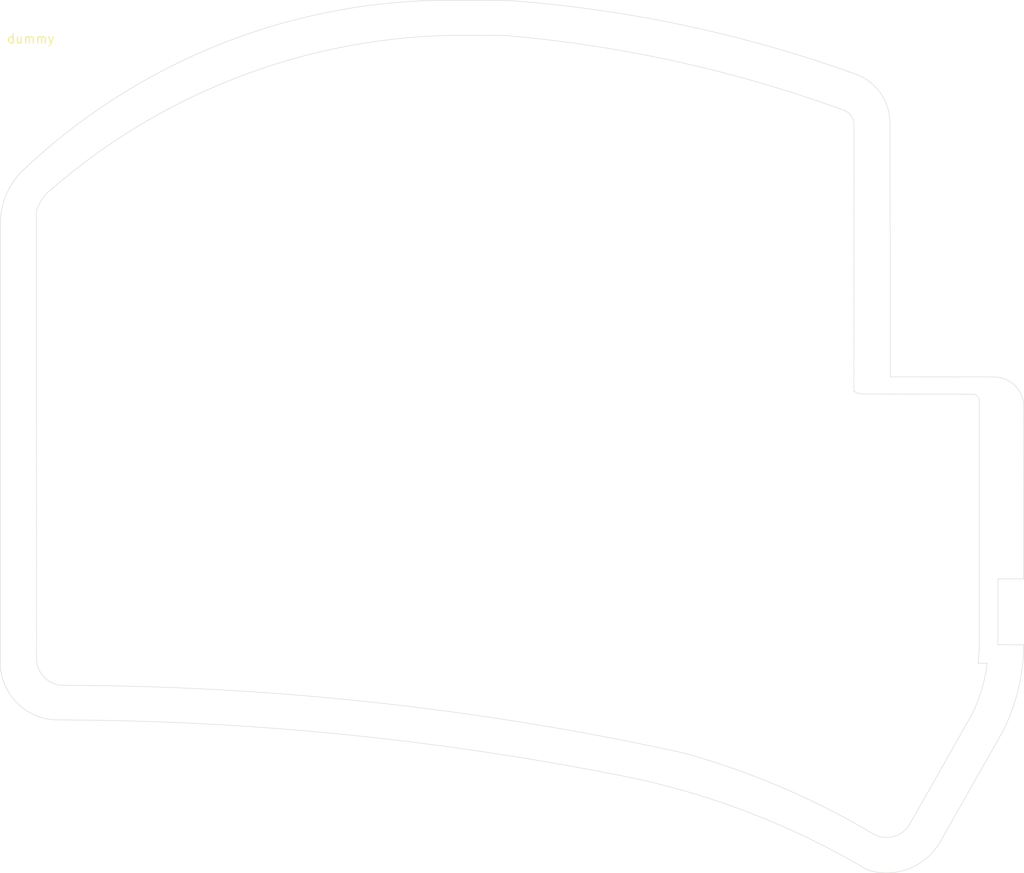
<source format=kicad_pcb>
(kicad_pcb (version 20171130) (host pcbnew 5.1.9)

  (general
    (thickness 1.6)
    (drawings 114)
    (tracks 0)
    (zones 0)
    (modules 1)
    (nets 1)
  )

  (page A4)
  (layers
    (0 F.Cu signal)
    (31 B.Cu signal)
    (32 B.Adhes user)
    (33 F.Adhes user)
    (34 B.Paste user)
    (35 F.Paste user)
    (36 B.SilkS user)
    (37 F.SilkS user)
    (38 B.Mask user)
    (39 F.Mask user)
    (40 Dwgs.User user)
    (41 Cmts.User user)
    (42 Eco1.User user)
    (43 Eco2.User user)
    (44 Edge.Cuts user)
    (45 Margin user)
    (46 B.CrtYd user)
    (47 F.CrtYd user)
    (48 B.Fab user)
    (49 F.Fab user)
  )

  (setup
    (last_trace_width 0.25)
    (trace_clearance 0.2)
    (zone_clearance 0.508)
    (zone_45_only no)
    (trace_min 0.2)
    (via_size 0.8)
    (via_drill 0.4)
    (via_min_size 0.4)
    (via_min_drill 0.3)
    (uvia_size 0.3)
    (uvia_drill 0.1)
    (uvias_allowed no)
    (uvia_min_size 0.2)
    (uvia_min_drill 0.1)
    (edge_width 0.05)
    (segment_width 0.2)
    (pcb_text_width 0.3)
    (pcb_text_size 1.5 1.5)
    (mod_edge_width 0.12)
    (mod_text_size 1 1)
    (mod_text_width 0.15)
    (pad_size 1.524 1.524)
    (pad_drill 0.762)
    (pad_to_mask_clearance 0.05)
    (aux_axis_origin 0 0)
    (visible_elements FFFFFFFF)
    (pcbplotparams
      (layerselection 0x010fc_ffffffff)
      (usegerberextensions false)
      (usegerberattributes true)
      (usegerberadvancedattributes true)
      (creategerberjobfile true)
      (excludeedgelayer true)
      (linewidth 0.100000)
      (plotframeref false)
      (viasonmask false)
      (mode 1)
      (useauxorigin false)
      (hpglpennumber 1)
      (hpglpenspeed 20)
      (hpglpendiameter 15.000000)
      (psnegative false)
      (psa4output false)
      (plotreference false)
      (plotvalue false)
      (plotinvisibletext false)
      (padsonsilk false)
      (subtractmaskfromsilk false)
      (outputformat 1)
      (mirror false)
      (drillshape 0)
      (scaleselection 1)
      (outputdirectory ""))
  )

  (net 0 "")

  (net_class Default "This is the default net class."
    (clearance 0.2)
    (trace_width 0.25)
    (via_dia 0.8)
    (via_drill 0.4)
    (uvia_dia 0.3)
    (uvia_drill 0.1)
  )

  (net_class Power ""
    (clearance 0.2)
    (trace_width 0.3)
    (via_dia 0.8)
    (via_drill 0.4)
    (uvia_dia 0.3)
    (uvia_drill 0.1)
  )

  (module dummy:dummy (layer F.Cu) (tedit 604AAE8F) (tstamp 606383FE)
    (at 12.01 12.03)
    (fp_text reference dummy (at 0 0.5) (layer F.SilkS)
      (effects (font (size 1 1) (thickness 0.15)))
    )
    (fp_text value dummy (at 0 -0.5) (layer F.Fab)
      (effects (font (size 1 1) (thickness 0.15)))
    )
  )

  (gr_arc (start 104.149864 49.826133) (end 103.089865 51.52705) (angle -32.93540406) (layer Edge.Cuts) (width 0.05) (tstamp 60638B16))
  (gr_line (start 104.185001 51.83) (end 116.215001 51.850918) (layer Edge.Cuts) (width 0.05) (tstamp 60638AFD))
  (gr_arc (start 116.215001 52.600918) (end 116.965001 52.600918) (angle -90) (layer Edge.Cuts) (width 0.05) (tstamp 60638AEB))
  (gr_arc (start 100.196456 79.443442) (end 116.825307 81.607473) (angle -6.922514756) (layer Edge.Cuts) (width 0.05) (tstamp 60638A77))
  (gr_line (start 116.965001 52.600918) (end 116.964908 79.587473) (layer Edge.Cuts) (width 0.05) (tstamp 60638A62))
  (gr_line (start 116.174774 87.240588) (end 109.326469 99.33052) (layer Edge.Cuts) (width 0.05) (tstamp 60637E2F))
  (gr_arc (start 106.70685 97.938124) (end 105.29885 100.549389) (angle -90.34182972) (layer Edge.Cuts) (width 0.05) (tstamp 60637E1B))
  (gr_arc (start 61.59 173.76) (end 105.29885 100.549389) (angle -15.53366677) (layer Edge.Cuts) (width 0.05) (tstamp 60637DF1))
  (gr_arc (start 15.157962 407.009423) (end 84.096173 91.518105) (angle -12.26886215) (layer Edge.Cuts) (width 0.05) (tstamp 60637D5A))
  (gr_arc (start 15.157962 407.009438) (end 84.370665 90.557556) (angle -12.23959981) (layer Cmts.User) (width 0.15) (tstamp 60637D5A))
  (gr_arc (start 15.650018 81.077212) (end 12.650019 81.147211) (angle -85.4164945) (layer Edge.Cuts) (width 0.05) (tstamp 60637D36))
  (gr_line (start 12.631572 31.580502) (end 12.650019 81.147211) (layer Edge.Cuts) (width 0.05) (tstamp 60637C87))
  (gr_arc (start 17.470803 33.12706) (end 14.470803 29.02706) (angle -36.08355995) (layer Edge.Cuts) (width 0.05) (tstamp 60637C63))
  (gr_arc (start 59.971713 81.838125) (end 60.313324 12.129986) (angle -41.02828093) (layer Edge.Cuts) (width 0.05) (tstamp 60637C47))
  (gr_line (start 64.208611 12.13669) (end 60.313324 12.129986) (layer Edge.Cuts) (width 0.05) (tstamp 60637C32))
  (gr_arc (start 52.262974 156.65255) (end 102.086813 20.472092) (angle -15.37056041) (layer Edge.Cuts) (width 0.05) (tstamp 60637C12))
  (gr_arc (start 101.35 22.059419) (end 103.1 22.059419) (angle -65.09998996) (layer Edge.Cuts) (width 0.05) (tstamp 60637BFB))
  (gr_line (start 103.089865 51.52705) (end 103.1 22.059419) (layer Edge.Cuts) (width 0.05) (tstamp 60637B8B))
  (gr_line (start 117.84 81.62) (end 116.825307 81.607473) (layer Edge.Cuts) (width 0.05))
  (gr_arc (start 100.185923 79.446557) (end 116.174774 87.240588) (angle -18.96916069) (layer Edge.Cuts) (width 0.05) (tstamp 60637AD3))
  (gr_arc (start 101.34 21.839419) (end 107.08 21.81) (angle -70.5) (layer Edge.Cuts) (width 0.05) (tstamp 606377C6))
  (gr_line (start 121.883174 72.291074) (end 119.03 72.29) (layer Edge.Cuts) (width 0.05) (tstamp 6063766C))
  (gr_line (start 119.03 79.58) (end 119.03 72.29) (layer Edge.Cuts) (width 0.05))
  (gr_line (start 121.88312 79.588025) (end 119.03 79.58) (layer Edge.Cuts) (width 0.05))
  (gr_arc (start 118.58 53.26) (end 121.894999 53.129082) (angle -85.1) (layer Edge.Cuts) (width 0.05) (tstamp 6063753A))
  (gr_arc (start 100.161149 79.415969) (end 119.626163 89.058939) (angle -25.9) (layer Edge.Cuts) (width 0.05) (tstamp 606374FE))
  (gr_arc (start 106.688 97.938735) (end 104.608804 104.501378) (angle -79.8) (layer Edge.Cuts) (width 0.05) (tstamp 60637467))
  (gr_arc (start 16.848055 32.971668) (end 11.20874 27.019422) (angle -45.5) (layer Edge.Cuts) (width 0.05) (tstamp 6063720E))
  (gr_arc (start 58.385367 76.935854) (end 57.528777 8.258706) (angle -42.66904065) (layer Edge.Cuts) (width 0.05) (tstamp 6063712B))
  (gr_line (start 119.626163 89.058939) (end 112.777858 101.148871) (layer Edge.Cuts) (width 0.05) (tstamp 606370C4))
  (gr_arc (start 60.560804 178.672643) (end 104.608804 104.501378) (angle -18.59350627) (layer Edge.Cuts) (width 0.05) (tstamp 6063706F))
  (gr_line (start 121.894999 53.129082) (end 121.883174 72.291074) (layer Edge.Cuts) (width 0.05) (tstamp 6063700C))
  (gr_line (start 107.13 49.94) (end 118.732717 49.945934) (layer Edge.Cuts) (width 0.05) (tstamp 60636FED))
  (gr_line (start 107.13 49.94) (end 107.08 21.81) (layer Edge.Cuts) (width 0.05) (tstamp 60636F5A))
  (gr_arc (start 54.462442 151.952303) (end 103.23018 16.419485) (angle -15.7) (layer Edge.Cuts) (width 0.05) (tstamp 60636EE6))
  (gr_line (start 64.7355 8.279406) (end 57.528777 8.258706) (layer Edge.Cuts) (width 0.05) (tstamp 60636ECF))
  (gr_arc (start 14.439258 411.808108) (end 78.660051 94.327992) (angle -11.3) (layer Edge.Cuts) (width 0.05) (tstamp 60636E58))
  (gr_arc (start 15.03 81.5) (end 8.63 81.63) (angle -90.4128426) (layer Edge.Cuts) (width 0.05) (tstamp 60636E2B))
  (gr_arc (start 15.650018 81.077212) (end 13.650019 81.147211) (angle -89.7) (layer Cmts.User) (width 0.15) (tstamp 60636DE9))
  (gr_line (start 8.65 32.82) (end 8.63 81.63) (layer Edge.Cuts) (width 0.05) (tstamp 60636DD4))
  (gr_line (start 68.75 70.25) (end 68.75 82.75) (layer Cmts.User) (width 0.15) (tstamp 606369FE))
  (gr_line (start 67.25 70.25) (end 68.75 70.25) (layer Cmts.User) (width 0.15))
  (gr_line (start 67.25 82.75) (end 67.25 70.25) (layer Cmts.User) (width 0.15))
  (gr_line (start 68.75 82.75) (end 67.25 82.75) (layer Cmts.User) (width 0.15))
  (gr_line (start 70 84) (end 70 79.75) (layer Cmts.User) (width 0.15) (tstamp 606369F4))
  (gr_line (start 74 84) (end 70 84) (layer Cmts.User) (width 0.15))
  (gr_line (start 74 79.75) (end 74 84) (layer Cmts.User) (width 0.15))
  (gr_line (start 70 79.75) (end 74 79.75) (layer Cmts.User) (width 0.15))
  (gr_line (start 70 78.5) (end 70 74.25) (layer Cmts.User) (width 0.15) (tstamp 606369EA))
  (gr_line (start 74 78.5) (end 70 78.5) (layer Cmts.User) (width 0.15))
  (gr_line (start 74 74.25) (end 74 78.5) (layer Cmts.User) (width 0.15))
  (gr_line (start 70 74.25) (end 74 74.25) (layer Cmts.User) (width 0.15))
  (gr_line (start 54.25 84.75) (end 54.25 83.25) (layer Cmts.User) (width 0.15) (tstamp 606369DD))
  (gr_line (start 66.75 84.75) (end 54.25 84.75) (layer Cmts.User) (width 0.15))
  (gr_line (start 66.75 83.25) (end 66.75 84.75) (layer Cmts.User) (width 0.15))
  (gr_line (start 54.25 83.25) (end 66.75 83.25) (layer Cmts.User) (width 0.15))
  (gr_line (start 52.25 82.75) (end 52.25 70.25) (layer Cmts.User) (width 0.15) (tstamp 606369D3))
  (gr_line (start 53.75 82.75) (end 52.25 82.75) (layer Cmts.User) (width 0.15))
  (gr_line (start 53.75 70.25) (end 53.75 82.75) (layer Cmts.User) (width 0.15))
  (gr_line (start 52.25 70.25) (end 53.75 70.25) (layer Cmts.User) (width 0.15))
  (gr_line (start 54.25 69.75) (end 54.25 68.25) (layer Cmts.User) (width 0.15) (tstamp 606369CA))
  (gr_line (start 66.75 69.75) (end 54.25 69.75) (layer Cmts.User) (width 0.15))
  (gr_line (start 66.75 68.25) (end 66.75 69.75) (layer Cmts.User) (width 0.15))
  (gr_line (start 54.25 68.25) (end 66.75 68.25) (layer Cmts.User) (width 0.15))
  (gr_line (start 55.25 81.75) (end 55.25 71.25) (layer Cmts.User) (width 0.15) (tstamp 606369BE))
  (gr_line (start 65.75 81.75) (end 55.25 81.75) (layer Cmts.User) (width 0.15))
  (gr_line (start 65.75 71.25) (end 65.75 81.75) (layer Cmts.User) (width 0.15))
  (gr_line (start 55.25 71.25) (end 65.75 71.25) (layer Cmts.User) (width 0.15))
  (gr_line (start 52.5 65.5) (end 52.5 67.5) (layer Cmts.User) (width 0.15) (tstamp 606369A6))
  (gr_line (start 60.5 65.5) (end 52.5 65.5) (layer Cmts.User) (width 0.15))
  (gr_line (start 60.5 67.5) (end 60.5 65.5) (layer Cmts.User) (width 0.15))
  (gr_line (start 52.5 67.5) (end 60.5 67.5) (layer Cmts.User) (width 0.15))
  (gr_line (start 42.5 74.25) (end 38.5 74.25) (layer Cmts.User) (width 0.15) (tstamp 60636996))
  (gr_line (start 42.5 75.5) (end 42.5 74.25) (layer Cmts.User) (width 0.15))
  (gr_line (start 47.5 75.5) (end 42.5 75.5) (layer Cmts.User) (width 0.15))
  (gr_line (start 47.5 78) (end 47.5 75.5) (layer Cmts.User) (width 0.15))
  (gr_line (start 46.75 78) (end 47.5 78) (layer Cmts.User) (width 0.15))
  (gr_line (start 46.75 81.75) (end 46.75 78) (layer Cmts.User) (width 0.15))
  (gr_line (start 42.5 81.75) (end 46.75 81.75) (layer Cmts.User) (width 0.15))
  (gr_line (start 42.5 82.25) (end 42.5 81.75) (layer Cmts.User) (width 0.15))
  (gr_line (start 38.5 82.25) (end 42.5 82.25) (layer Cmts.User) (width 0.15))
  (gr_line (start 38.5 74.25) (end 38.5 82.25) (layer Cmts.User) (width 0.15))
  (gr_line (start 106.225 51.85) (end 103.875 51.85) (layer Eco1.User) (width 0.15) (tstamp 606367DF))
  (gr_line (start 103.65 72.925) (end 104.81 72.82) (layer Eco1.User) (width 0.15))
  (gr_line (start 103.875 51.85) (end 103.65 72.925) (layer Eco1.User) (width 0.15))
  (gr_line (start 116.975 51.875) (end 106.3 51.875) (layer Eco1.User) (width 0.15) (tstamp 6063679E))
  (gr_line (start 116.925 73.1) (end 116.975 51.875) (layer Eco1.User) (width 0.15))
  (gr_line (start 118.975 73.125) (end 116.925 73.1) (layer Eco1.User) (width 0.15))
  (gr_line (start 118.975 78.8) (end 118.975 73.125) (layer Eco1.User) (width 0.15))
  (gr_line (start 117.125 78.85) (end 118.975 78.8) (layer Eco1.User) (width 0.15))
  (gr_line (start 117.15 79.1) (end 117.125 78.85) (layer Eco1.User) (width 0.15))
  (gr_line (start 116.45 79.1) (end 117.15 79.1) (layer Eco1.User) (width 0.15))
  (gr_line (start 116.55 81.675) (end 116.45 79.1) (layer Eco1.User) (width 0.15))
  (gr_line (start 108.9 81.65) (end 116.55 81.675) (layer Eco1.User) (width 0.15))
  (gr_line (start 108.825 79.175) (end 108.9 81.65) (layer Eco1.User) (width 0.15))
  (gr_line (start 104.875 79.125) (end 108.825 79.175) (layer Eco1.User) (width 0.15))
  (gr_line (start 104.8 72.825) (end 104.875 79.125) (layer Eco1.User) (width 0.15))
  (gr_arc (start 17.48 33.13) (end 15.035 29.885) (angle -35.4) (layer Cmts.User) (width 0.15) (tstamp 5F45BAB8))
  (gr_arc (start 52.262442 156.652303) (end 101.665245 21.378889) (angle -15.3) (layer Cmts.User) (width 0.15) (tstamp 5F45BAB6))
  (gr_arc (start 101.35 22.059419) (end 102.1 22.059419) (angle -65.1) (layer Cmts.User) (width 0.15) (tstamp 5F45BAB5))
  (gr_line (start 64.208637 13.136374) (end 60.008389 13.128139) (layer Cmts.User) (width 0.15) (tstamp 5F45BAB3))
  (gr_arc (start 60.008389 81.858139) (end 60.008389 13.128139) (angle -40.9) (layer Cmts.User) (width 0.15) (tstamp 5F45BAB2))
  (gr_line (start 116.965001 52.600918) (end 116.964908 79.587473) (layer Cmts.User) (width 0.15) (tstamp 5F359724))
  (gr_arc (start 15.157962 407.009453) (end 84.370665 90.557571) (angle -12.23959981) (layer Cmts.User) (width 0.15) (tstamp 5EDCBAB7))
  (gr_arc (start 100.191149 79.445969) (end 115.218305 86.900068) (angle -25.9) (layer Cmts.User) (width 0.15) (tstamp 5EDAA9C2))
  (gr_line (start 115.218305 86.900068) (end 108.37 98.99) (layer Cmts.User) (width 0.15) (tstamp 5EDAAAB5))
  (gr_line (start 102.15 49.899082) (end 102.1 22.059419) (layer Cmts.User) (width 0.15) (tstamp 5EDAB87D))
  (gr_arc (start 104.149999 49.829083) (end 102.15 49.899082) (angle -89) (layer Cmts.User) (width 0.15) (tstamp 5EDAB87A))
  (gr_arc (start 61.59 173.76) (end 105.638 99.588735) (angle -15.4) (layer Cmts.User) (width 0.15) (tstamp 5EDABA84))
  (gr_arc (start 15.650018 81.077212) (end 13.650019 81.147211) (angle -89.7) (layer Cmts.User) (width 0.15) (tstamp 5EDAA8DE))
  (gr_arc (start 106.708 97.938735) (end 105.638 99.588735) (angle -90.6) (layer Cmts.User) (width 0.15) (tstamp 5EDAABA5))
  (gr_arc (start 116.215001 52.600918) (end 116.965001 52.600918) (angle -90) (layer Cmts.User) (width 0.15) (tstamp 5EDAB58F))
  (gr_line (start 104.185001 51.83) (end 116.215001 51.850918) (layer Cmts.User) (width 0.15) (tstamp 5EDAB58C))
  (gr_line (start 13.608055 31.898702) (end 13.650019 81.147211) (layer Cmts.User) (width 0.15) (tstamp 5EDAB9D6))

)

</source>
